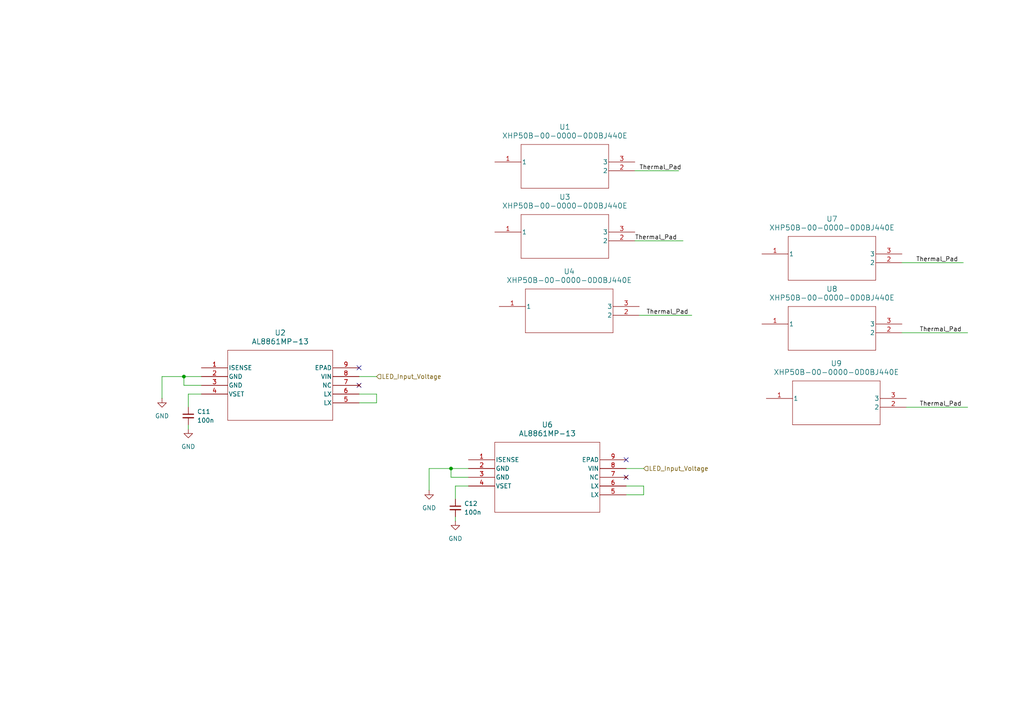
<source format=kicad_sch>
(kicad_sch (version 20250114) (generator "eeschema") (generator_version "9.0")
  (paper "A4")
  (lib_symbols
    (symbol "AL8861MP:AL8861MP-13" (pin_names (offset 0.254))
      (property "Reference" "U" (at 22.86 10.16 0))
      (property "Value" "AL8861MP-13" (at 22.86 7.62 0))
      (symbol "AL8861MP-13_0_1"
        (polyline (pts (xy 7.62 5.08) (xy 7.62 -15.24)) (stroke (width 0.127)))
        (polyline (pts (xy 7.62 -15.24) (xy 38.1 -15.24)) (stroke (width 0.127)))
        (polyline (pts (xy 38.1 5.08) (xy 7.62 5.08)) (stroke (width 0.127)))
        (polyline (pts (xy 38.1 -15.24) (xy 38.1 5.08)) (stroke (width 0.127)))
        (pin unspecified line (at 0 0 0) (length 7.62) (name "ISENSE") (number "1"))
        (pin power_out line (at 0 -2.54 0) (length 7.62) (name "GND") (number "2"))
        (pin power_out line (at 0 -5.08 0) (length 7.62) (name "GND") (number "3"))
        (pin power_in line (at 0 -7.62 0) (length 7.62) (name "VSET") (number "4"))
        (pin power_out line (at 45.72 0 180) (length 7.62) (name "EPAD") (number "9"))
        (pin power_in line (at 45.72 -2.54 180) (length 7.62) (name "VIN") (number "8"))
        (pin no_connect line (at 45.72 -5.08 180) (length 7.62) (name "NC") (number "7"))
        (pin unspecified line (at 45.72 -7.62 180) (length 7.62) (name "LX") (number "6"))
        (pin unspecified line (at 45.72 -10.16 180) (length 7.62) (name "LX") (number "5"))
      )
    )
    (symbol "Device:C_Small" (pin_numbers (hide yes)) (pin_names (offset 0.254) (hide yes))
      (property "Reference" "C" (at 0.254 1.778 0))
      (property "Value" "C_Small" (at 0.254 -2.032 0))
      (symbol "C_Small_0_1"
        (polyline (pts (xy -1.524 0.508) (xy 1.524 0.508)) (stroke (width 0.3048)))
        (polyline (pts (xy -1.524 -0.508) (xy 1.524 -0.508)) (stroke (width 0.3302)))
      )
      (symbol "C_Small_1_1"
        (pin passive line (at 0 2.54 270) (length 2.032) (name "~") (number "1"))
        (pin passive line (at 0 -2.54 90) (length 2.032) (name "~") (number "2"))
      )
    )
    (symbol "XHP50B-00-0000-0D0BJ440E:XHP50B-00-0000-0D0BJ440E" (pin_names (offset 0.254))
      (property "Reference" "U" (at 20.32 10.16 0))
      (property "Value" "XHP50B-00-0000-0D0BJ440E" (at 20.32 7.62 0))
      (symbol "XHP50B-00-0000-0D0BJ440E_0_1"
        (polyline (pts (xy 7.62 5.08) (xy 7.62 -7.62)) (stroke (width 0.127)))
        (polyline (pts (xy 7.62 -7.62) (xy 33.02 -7.62)) (stroke (width 0.127)))
        (polyline (pts (xy 33.02 5.08) (xy 7.62 5.08)) (stroke (width 0.127)))
        (polyline (pts (xy 33.02 -7.62) (xy 33.02 5.08)) (stroke (width 0.127)))
        (pin unspecified line (at 0 0 0) (length 7.62) (name "1") (number "1"))
        (pin unspecified line (at 40.64 0 180) (length 7.62) (name "3") (number "3"))
        (pin unspecified line (at 40.64 -2.54 180) (length 7.62) (name "2") (number "2"))
      )
    )
    (symbol "power:GND" (power) (pin_numbers (hide yes)) (pin_names (offset 0) (hide yes))
      (property "Value" "GND" (at 0 -3.81 0))
      (symbol "GND_0_1"
        (polyline (pts (xy 0 0) (xy 0 -1.27) (xy 1.27 -1.27) (xy 0 -2.54) (xy -1.27 -1.27) (xy 0 -1.27)))
      )
      (symbol "GND_1_1"
        (pin power_in line (at 0 0 270) (length 0) (name "~") (number "1"))
      )
    )
  )
  (junction (at 130.81 135.89))
  (junction (at 53.34 109.22))
  (no_connect (at 104.14 106.68))
  (no_connect (at 181.61 133.35))
  (no_connect (at 104.14 111.76))
  (no_connect (at 181.61 138.43))
  (wire (pts (xy 46.99 109.22) (xy 53.34 109.22)))
  (wire (pts (xy 130.81 135.89) (xy 135.89 135.89)))
  (wire (pts (xy 124.46 142.24) (xy 124.46 135.89)))
  (wire (pts (xy 261.62 96.52) (xy 280.67 96.52)))
  (wire (pts (xy 184.15 49.53) (xy 196.85 49.53)))
  (wire (pts (xy 132.08 140.97) (xy 135.89 140.97)))
  (wire (pts (xy 261.62 76.2) (xy 279.4 76.2)))
  (wire (pts (xy 104.14 109.22) (xy 109.22 109.22)))
  (wire (pts (xy 124.46 135.89) (xy 130.81 135.89)))
  (wire (pts (xy 186.69 143.51) (xy 181.61 143.51)))
  (wire (pts (xy 53.34 109.22) (xy 58.42 109.22)))
  (wire (pts (xy 135.89 138.43) (xy 130.81 138.43)))
  (wire (pts (xy 53.34 111.76) (xy 53.34 109.22)))
  (wire (pts (xy 186.69 140.97) (xy 186.69 143.51)))
  (wire (pts (xy 58.42 111.76) (xy 53.34 111.76)))
  (wire (pts (xy 130.81 138.43) (xy 130.81 135.89)))
  (wire (pts (xy 109.22 114.3) (xy 109.22 116.84)))
  (wire (pts (xy 46.99 115.57) (xy 46.99 109.22)))
  (wire (pts (xy 181.61 140.97) (xy 186.69 140.97)))
  (wire (pts (xy 181.61 135.89) (xy 186.69 135.89)))
  (wire (pts (xy 132.08 144.78) (xy 132.08 140.97)))
  (wire (pts (xy 54.61 123.19) (xy 54.61 124.46)))
  (wire (pts (xy 184.15 69.85) (xy 198.12 69.85)))
  (wire (pts (xy 132.08 149.86) (xy 132.08 151.13)))
  (wire (pts (xy 104.14 114.3) (xy 109.22 114.3)))
  (wire (pts (xy 109.22 116.84) (xy 104.14 116.84)))
  (wire (pts (xy 54.61 114.3) (xy 58.42 114.3)))
  (wire (pts (xy 54.61 118.11) (xy 54.61 114.3)))
  (wire (pts (xy 262.89 118.11) (xy 280.67 118.11)))
  (wire (pts (xy 185.42 91.44) (xy 200.66 91.44)))
  (label "Thermal_Pad" (at 187.452 91.44 0))
  (label "Thermal_Pad" (at 185.42 49.53 0))
  (label "Thermal_Pad" (at 265.684 76.2 0))
  (label "Thermal_Pad" (at 184.15 69.85 0))
  (label "Thermal_Pad" (at 266.7 118.11 0))
  (label "Thermal_Pad" (at 266.7 96.52 0))
  (hierarchical_label "LED_Input_Voltage" (shape input) (at 186.69 135.89 0))
  (hierarchical_label "LED_Input_Voltage" (shape input) (at 109.22 109.22 0))
  (symbol (lib_id "XHP50B-00-0000-0D0BJ440E:XHP50B-00-0000-0D0BJ440E") (at 143.51 67.31 0) (unit 1)
    (property "Reference" "U3" (at 163.83 57.15 0) (effects (font (size 1.524 1.524))))
    (property "Value" "XHP50B-00-0000-0D0BJ440E" (at 163.83 59.69 0) (effects (font (size 1.524 1.524))))
    (property "Footprint" "CHIP_D0BJ440E_WFS" (effects (hide yes)))
    (property "Datasheet" "XHP50B-00-0000-0D0BJ440E" (effects (hide yes)))
  )
  (symbol (lib_id "XHP50B-00-0000-0D0BJ440E:XHP50B-00-0000-0D0BJ440E") (at 222.25 115.57 0) (unit 1)
    (property "Reference" "U9" (at 242.57 105.41 0) (effects (font (size 1.524 1.524))))
    (property "Value" "XHP50B-00-0000-0D0BJ440E" (at 242.57 107.95 0) (effects (font (size 1.524 1.524))))
    (property "Footprint" "CHIP_D0BJ440E_WFS" (effects (hide yes)))
    (property "Datasheet" "XHP50B-00-0000-0D0BJ440E" (effects (hide yes)))
  )
  (symbol (lib_id "Device:C_Small") (at 54.61 120.65 0) (unit 1)
    (property "Reference" "C11" (at 57.15 119.3862 0) (effects (justify left)))
    (property "Value" "100n" (at 57.15 121.9262 0) (effects (justify left)))
    (property "Description" "Unpolarized capacitor, small symbol" (effects (hide yes)))
  )
  (symbol (lib_id "XHP50B-00-0000-0D0BJ440E:XHP50B-00-0000-0D0BJ440E") (at 220.98 73.66 0) (unit 1)
    (property "Reference" "U7" (at 241.3 63.5 0) (effects (font (size 1.524 1.524))))
    (property "Value" "XHP50B-00-0000-0D0BJ440E" (at 241.3 66.04 0) (effects (font (size 1.524 1.524))))
    (property "Footprint" "CHIP_D0BJ440E_WFS" (effects (hide yes)))
    (property "Datasheet" "XHP50B-00-0000-0D0BJ440E" (effects (hide yes)))
  )
  (symbol (lib_id "power:GND") (at 132.08 151.13 0) (unit 1)
    (property "Reference" "#PWR025" (effects (hide yes)))
    (property "Value" "GND" (at 132.08 156.21 0))
    (property "Description" "Power symbol creates a global label with name \"GND\" , ground" (effects (hide yes)))
  )
  (symbol (lib_id "Device:C_Small") (at 132.08 147.32 0) (unit 1)
    (property "Reference" "C12" (at 134.62 146.0562 0) (effects (justify left)))
    (property "Value" "100n" (at 134.62 148.5962 0) (effects (justify left)))
    (property "Description" "Unpolarized capacitor, small symbol" (effects (hide yes)))
  )
  (symbol (lib_id "XHP50B-00-0000-0D0BJ440E:XHP50B-00-0000-0D0BJ440E") (at 220.98 93.98 0) (unit 1)
    (property "Reference" "U8" (at 241.3 83.82 0) (effects (font (size 1.524 1.524))))
    (property "Value" "XHP50B-00-0000-0D0BJ440E" (at 241.3 86.36 0) (effects (font (size 1.524 1.524))))
    (property "Footprint" "CHIP_D0BJ440E_WFS" (effects (hide yes)))
    (property "Datasheet" "XHP50B-00-0000-0D0BJ440E" (effects (hide yes)))
  )
  (symbol (lib_id "AL8861MP:AL8861MP-13") (at 135.89 133.35 0) (unit 1)
    (property "Reference" "U6" (at 158.75 123.19 0) (effects (font (size 1.524 1.524))))
    (property "Value" "AL8861MP-13" (at 158.75 125.73 0) (effects (font (size 1.524 1.524))))
    (property "Footprint" "MSOP-8EP_DIO" (effects (hide yes)))
    (property "Datasheet" "AL8861MP-13" (effects (hide yes)))
  )
  (symbol (lib_id "AL8861MP:AL8861MP-13") (at 58.42 106.68 0) (unit 1)
    (property "Reference" "U2" (at 81.28 96.52 0) (effects (font (size 1.524 1.524))))
    (property "Value" "AL8861MP-13" (at 81.28 99.06 0) (effects (font (size 1.524 1.524))))
    (property "Footprint" "MSOP-8EP_DIO" (effects (hide yes)))
    (property "Datasheet" "AL8861MP-13" (effects (hide yes)))
  )
  (symbol (lib_id "power:GND") (at 46.99 115.57 0) (unit 1)
    (property "Reference" "#PWR012" (effects (hide yes)))
    (property "Value" "GND" (at 46.99 120.65 0))
    (property "Description" "Power symbol creates a global label with name \"GND\" , ground" (effects (hide yes)))
  )
  (symbol (lib_id "power:GND") (at 54.61 124.46 0) (unit 1)
    (property "Reference" "#PWR023" (effects (hide yes)))
    (property "Value" "GND" (at 54.61 129.54 0))
    (property "Description" "Power symbol creates a global label with name \"GND\" , ground" (effects (hide yes)))
  )
  (symbol (lib_id "XHP50B-00-0000-0D0BJ440E:XHP50B-00-0000-0D0BJ440E") (at 144.78 88.9 0) (unit 1)
    (property "Reference" "U4" (at 165.1 78.74 0) (effects (font (size 1.524 1.524))))
    (property "Value" "XHP50B-00-0000-0D0BJ440E" (at 165.1 81.28 0) (effects (font (size 1.524 1.524))))
    (property "Footprint" "CHIP_D0BJ440E_WFS" (effects (hide yes)))
    (property "Datasheet" "XHP50B-00-0000-0D0BJ440E" (effects (hide yes)))
  )
  (symbol (lib_id "XHP50B-00-0000-0D0BJ440E:XHP50B-00-0000-0D0BJ440E") (at 143.51 46.99 0) (unit 1)
    (property "Reference" "U1" (at 163.83 36.83 0) (effects (font (size 1.524 1.524))))
    (property "Value" "XHP50B-00-0000-0D0BJ440E" (at 163.83 39.37 0) (effects (font (size 1.524 1.524))))
    (property "Footprint" "CHIP_D0BJ440E_WFS" (effects (hide yes)))
    (property "Datasheet" "XHP50B-00-0000-0D0BJ440E" (effects (hide yes)))
  )
  (symbol (lib_id "power:GND") (at 124.46 142.24 0) (unit 1)
    (property "Reference" "#PWR024" (effects (hide yes)))
    (property "Value" "GND" (at 124.46 147.32 0))
    (property "Description" "Power symbol creates a global label with name \"GND\" , ground" (effects (hide yes)))
  )
)
</source>
